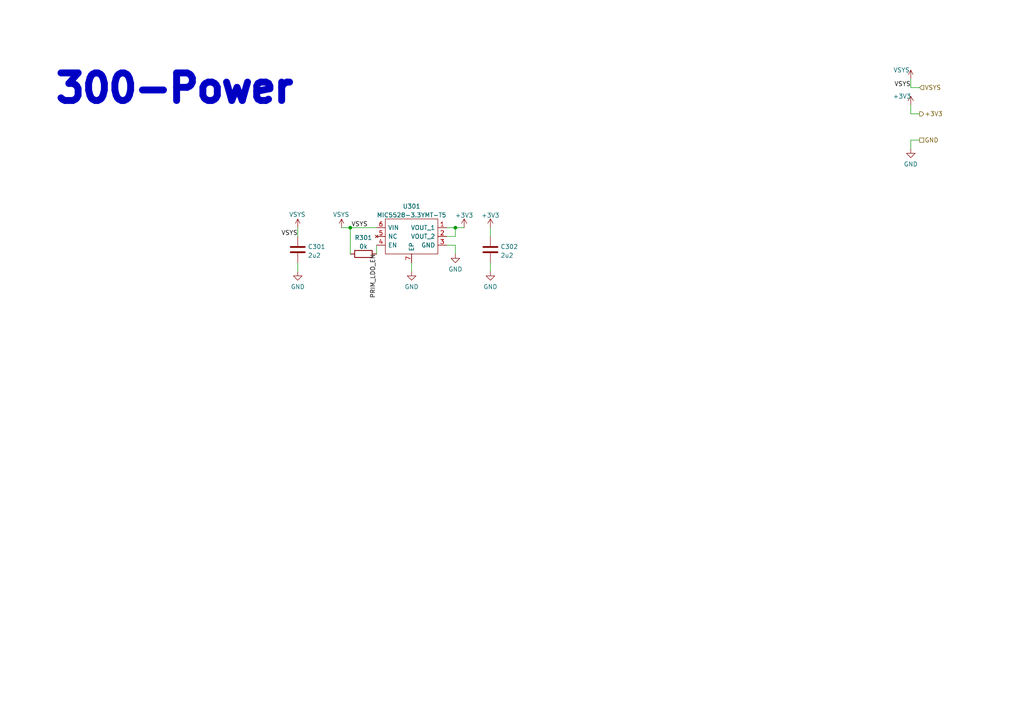
<source format=kicad_sch>
(kicad_sch (version 20230121) (generator eeschema)
  (paper "A4")
  (title_block (title "PSoM - ESP S2") (date "2023-04-17") (rev "HW00") (company "PumaCorp") (comment 1 "Design by: NdG"))
  (lib_symbols
    (symbol "Component lib:C" (pin_numbers hide) (pin_names (offset 0.254))
      (property "Reference" "C" (at 0.635 -1.27 0))
      (property "Value" "C" (at 0.635 -6.35 0))
      (symbol "C_0_1"
        (polyline (pts (xy -2.032 -4.572) (xy 2.032 -4.572)) (stroke (width 0.508)))
        (polyline (pts (xy -2.032 -3.048) (xy 2.032 -3.048)) (stroke (width 0.508)))
      )
      (symbol "C_1_1"
        (pin passive line (at 0 0 270) (length 2.794) (name "~") (number "1"))
        (pin passive line (at 0 -7.62 90) (length 2.794) (name "~") (number "2"))
      )
    )
    (symbol "Component lib:MIC5528-3.3YMT-T5" (pin_names (offset 0.762))
      (property "Reference" "U" (at 2.54 5.08 0))
      (property "Value" "MIC5528-3.3YMT-T5" (at 12.7 5.08 0))
      (symbol "MIC5528-3.3YMT-T5_0_0"
        (pin passive line (at 20.32 0 180) (length 2.54) (name "VOUT_1") (number "1"))
        (pin passive line (at 20.32 -2.54 180) (length 2.54) (name "VOUT_2") (number "2"))
        (pin passive line (at 20.32 -5.08 180) (length 2.54) (name "GND") (number "3"))
        (pin passive line (at 0 -5.08 0) (length 2.54) (name "EN") (number "4"))
        (pin no_connect line (at 0 -2.54 0) (length 2.54) (name "NC") (number "5"))
        (pin passive line (at 0 0 0) (length 2.54) (name "VIN") (number "6"))
        (pin passive line (at 10.16 -10.16 90) (length 2.54) (name "EP") (number "7"))
      )
      (symbol "MIC5528-3.3YMT-T5_0_1"
        (rectangle (start 2.54 2.54) (end 17.78 -7.62) (stroke (width 0.1524)))
      )
    )
    (symbol "Component lib:R" (pin_numbers hide) (pin_names (offset 0))
      (property "Reference" "R" (at 2.032 -3.81 90))
      (property "Value" "R" (at 0 -3.81 90))
      (symbol "R_0_1"
        (rectangle (start -1.016 -6.35) (end 1.016 -1.27) (stroke (width 0.254)))
      )
      (symbol "R_1_1"
        (pin passive line (at 0 0 270) (length 1.27) (name "~") (number "1"))
        (pin passive line (at 0 -7.62 90) (length 1.27) (name "~") (number "2"))
      )
    )
    (symbol "Component_lib:VSYS" (power) (pin_numbers hide) (in_bom no) (on_board no)
      (property "Value" "VSYS" (at 0 3.81 0))
      (symbol "VSYS_0_0"
        (pin passive line (at 0 0 90) (length 2.54) hide (name "") (number ""))
      )
      (symbol "VSYS_0_1"
        (polyline (pts (xy 0 0) (xy 0 2.54) (xy 0.635 1.27) (xy 0 2.54) (xy -0.635 1.27)) (stroke (width 0.1524)))
      )
    )
    (symbol "power:+3V3" (power) (pin_names (offset 0))
      (property "Value" "+3V3" (at 0 3.556 0))
      (symbol "+3V3_0_1"
        (polyline (pts (xy -0.762 1.27) (xy 0 2.54)))
        (polyline (pts (xy 0 0) (xy 0 2.54)))
        (polyline (pts (xy 0 2.54) (xy 0.762 1.27)))
      )
      (symbol "+3V3_1_1"
        (pin power_in line (at 0 0 90) (length 0) hide (name "+3V3") (number "1"))
      )
    )
    (symbol "power:GND" (power) (pin_names (offset 0))
      (property "Value" "GND" (at 0 -3.81 0))
      (symbol "GND_0_1"
        (polyline (pts (xy 0 0) (xy 0 -1.27) (xy 1.27 -1.27) (xy 0 -2.54) (xy -1.27 -1.27) (xy 0 -1.27)))
      )
      (symbol "GND_1_1"
        (pin power_in line (at 0 0 270) (length 0) hide (name "GND") (number "1"))
      )
    )
  )
  (junction (at 101.6 66.04))
  (junction (at 132.08 66.04))
  (wire (pts (xy 101.6 66.04) (xy 101.6 73.66)))
  (wire (pts (xy 129.54 68.58) (xy 132.08 68.58)))
  (wire (pts (xy 264.16 43.18) (xy 264.16 40.64)))
  (wire (pts (xy 142.24 66.04) (xy 142.24 68.58)))
  (wire (pts (xy 109.22 73.66) (xy 109.22 71.12)))
  (wire (pts (xy 86.36 76.2) (xy 86.36 78.74)))
  (wire (pts (xy 129.54 66.04) (xy 132.08 66.04)))
  (wire (pts (xy 264.16 25.4) (xy 266.7 25.4)))
  (wire (pts (xy 129.54 71.12) (xy 132.08 71.12)))
  (wire (pts (xy 264.16 40.64) (xy 266.7 40.64)))
  (wire (pts (xy 99.06 66.04) (xy 101.6 66.04)))
  (wire (pts (xy 132.08 66.04) (xy 134.62 66.04)))
  (wire (pts (xy 132.08 68.58) (xy 132.08 66.04)))
  (wire (pts (xy 132.08 71.12) (xy 132.08 73.66)))
  (wire (pts (xy 142.24 76.2) (xy 142.24 78.74)))
  (wire (pts (xy 101.6 66.04) (xy 109.22 66.04)))
  (wire (pts (xy 264.16 22.86) (xy 264.16 25.4)))
  (wire (pts (xy 264.16 30.48) (xy 264.16 33.02)))
  (wire (pts (xy 264.16 33.02) (xy 266.7 33.02)))
  (wire (pts (xy 86.36 66.04) (xy 86.36 68.58)))
  (wire (pts (xy 119.38 76.2) (xy 119.38 78.74)))
  (text "300-Power\n" (at 15.24 30.48 0) (effects (font (size 8 8) (thickness 3) bold) (justify left bottom)))
  (label "VSYS" (at 86.36 68.58 180))
  (label "VSYS" (at 264.16 25.4 180))
  (label "PRIM_LDO_EN" (at 109.22 73.66 270))
  (label "VSYS" (at 106.68 66.04 180))
  (hierarchical_label "+3V3" (shape output) (at 266.7 33.02 0))
  (hierarchical_label "VSYS" (shape input) (at 266.7 25.4 0))
  (hierarchical_label "GND" (shape passive) (at 266.7 40.64 0))
  (symbol (lib_id "power:GND") (at 264.16 43.18 0) (unit 1)
    (property "Reference" "#PWR0303" (effects hide))
    (property "Value" "GND" (at 264.16 47.6234 0))
  )
  (symbol (lib_id "power:+3V3") (at 142.24 66.04 0) (unit 1)
    (property "Reference" "#PWR0305" (effects hide))
    (property "Value" "+3V3" (at 142.24 62.4642 0))
  )
  (symbol (lib_id "power:+3V3") (at 264.16 30.48 0) (unit 1)
    (property "Reference" "#PWR0301" (effects hide))
    (property "Value" "+3V3" (at 261.62 27.94 0))
  )
  (symbol (lib_id "Component_lib:VSYS") (at 86.36 66.04 0) (unit 1) (in_bom no) (on_board no)
    (property "Reference" "#VSYS0103" (effects hide))
    (property "Value" "VSYS" (at 83.82 62.23 0) (effects (justify left)))
  )
  (symbol (lib_id "power:GND") (at 86.36 78.74 0) (unit 1)
    (property "Reference" "#PWR0307" (effects hide))
    (property "Value" "GND" (at 86.36 83.1834 0))
  )
  (symbol (lib_id "power:GND") (at 142.24 78.74 0) (unit 1)
    (property "Reference" "#PWR0308" (effects hide))
    (property "Value" "GND" (at 142.24 83.1834 0))
  )
  (symbol (lib_id "Component_lib:VSYS") (at 264.16 22.86 0) (unit 1) (in_bom no) (on_board no)
    (property "Reference" "#VSYS0104" (effects hide))
    (property "Value" "VSYS" (at 259.08 20.32 0) (effects (justify left)))
  )
  (symbol (lib_id "Component lib:MIC5528-3.3YMT-T5") (at 109.22 66.04 0) (unit 1)
    (property "Reference" "U301" (at 119.38 59.851 0))
    (property "Value" "MIC5528-3.3YMT-T5" (at 119.38 62.3879 0))
    (property "Footprint" "Component_lib:SON40P120X120X60-7N-D" (effects hide))
    (property "Datasheet" "https://www.mouser.ch/datasheet/2/268/MIC5528_High_Performance_500mA_LDO_in_Thin_and_Ext-1891284.pdf" (effects hide))
    (property "Description" "LDO Voltage Regulators Single, 500mA LDO w/ Auto Discharge & Internal Enable Pulldown" (effects hide))
    (property "Height" "0.6" (effects hide))
    (property "Mouser Part Number" "998-MIC5528-3.3YMTT5" (effects hide))
    (property "Mouser Price/Stock" "https://www.mouser.co.uk/ProductDetail/Microchip-Technology/MIC5528-33YMT-T5?qs=U6T8BxXiZAUrsVLummtswg%3D%3D" (effects hide))
    (property "Manufacturer_Name" "Microchip" (effects hide))
    (property "Manufacturer_Part_Number" "MIC5528-3.3YMT-T5" (effects hide))
  )
  (symbol (lib_id "Component_lib:VSYS") (at 99.06 66.04 0) (unit 1) (in_bom no) (on_board no)
    (property "Reference" "#VSYS0102" (effects hide))
    (property "Value" "VSYS" (at 96.52 62.23 0) (effects (justify left)))
  )
  (symbol (lib_id "Component lib:C") (at 142.24 68.58 0) (unit 1)
    (property "Reference" "C302" (at 145.161 71.5553 0) (effects (justify left)))
    (property "Value" "2u2" (at 145.161 74.0922 0) (effects (justify left)))
    (property "Footprint" "Capacitor_SMD:C_0603_1608Metric" (effects hide))
  )
  (symbol (lib_id "Component lib:R") (at 101.6 73.66 90) (unit 1)
    (property "Reference" "R301" (at 105.41 68.9442 90))
    (property "Value" "0k" (at 105.41 71.4811 90))
    (property "Footprint" "Resistor_SMD:R_0201_0603Metric" (effects hide))
  )
  (symbol (lib_id "Component lib:C") (at 86.36 68.58 0) (unit 1)
    (property "Reference" "C301" (at 89.281 71.5553 0) (effects (justify left)))
    (property "Value" "2u2" (at 89.281 74.0922 0) (effects (justify left)))
    (property "Footprint" "Capacitor_SMD:C_0603_1608Metric" (effects hide))
  )
  (symbol (lib_id "power:GND") (at 132.08 73.66 0) (unit 1)
    (property "Reference" "#PWR0306" (effects hide))
    (property "Value" "GND" (at 132.08 78.1034 0))
  )
  (symbol (lib_id "power:+3V3") (at 134.62 66.04 0) (unit 1)
    (property "Reference" "#PWR0304" (effects hide))
    (property "Value" "+3V3" (at 134.62 62.4642 0))
  )
  (symbol (lib_id "power:GND") (at 119.38 78.74 0) (unit 1)
    (property "Reference" "#PWR0309" (effects hide))
    (property "Value" "GND" (at 119.38 83.1834 0))
  )
)
</source>
